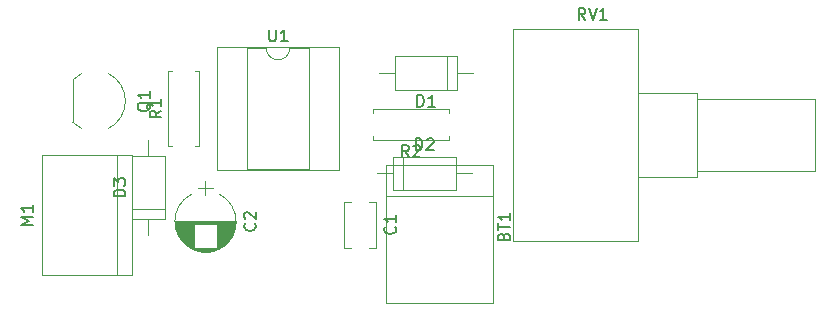
<source format=gbr>
G04 #@! TF.FileFunction,Legend,Top*
%FSLAX46Y46*%
G04 Gerber Fmt 4.6, Leading zero omitted, Abs format (unit mm)*
G04 Created by KiCad (PCBNEW 4.0.7-e2-6376~58~ubuntu16.04.1) date Mon Jan 22 09:02:58 2018*
%MOMM*%
%LPD*%
G01*
G04 APERTURE LIST*
%ADD10C,0.100000*%
%ADD11C,0.120000*%
%ADD12C,0.150000*%
G04 APERTURE END LIST*
D10*
D11*
X127699600Y-84837200D02*
X127699600Y-88757200D01*
X124979600Y-84837200D02*
X124979600Y-88757200D01*
X127699600Y-84837200D02*
X127089600Y-84837200D01*
X125589600Y-84837200D02*
X124979600Y-84837200D01*
X127699600Y-88757200D02*
X127089600Y-88757200D01*
X125589600Y-88757200D02*
X124979600Y-88757200D01*
X114438323Y-88823522D02*
G75*
G03X114438600Y-84212220I-1179723J2305722D01*
G01*
X112078877Y-88823522D02*
G75*
G02X112078600Y-84212220I1179723J2305722D01*
G01*
X112078877Y-88823522D02*
G75*
G03X114438600Y-88823380I1179723J2305722D01*
G01*
X115808600Y-86517800D02*
X110708600Y-86517800D01*
X115808600Y-86557800D02*
X110708600Y-86557800D01*
X115807600Y-86597800D02*
X110709600Y-86597800D01*
X115806600Y-86637800D02*
X110710600Y-86637800D01*
X115804600Y-86677800D02*
X110712600Y-86677800D01*
X115801600Y-86717800D02*
X110715600Y-86717800D01*
X115797600Y-86757800D02*
X110719600Y-86757800D01*
X115793600Y-86797800D02*
X114238600Y-86797800D01*
X112278600Y-86797800D02*
X110723600Y-86797800D01*
X115789600Y-86837800D02*
X114238600Y-86837800D01*
X112278600Y-86837800D02*
X110727600Y-86837800D01*
X115783600Y-86877800D02*
X114238600Y-86877800D01*
X112278600Y-86877800D02*
X110733600Y-86877800D01*
X115777600Y-86917800D02*
X114238600Y-86917800D01*
X112278600Y-86917800D02*
X110739600Y-86917800D01*
X115771600Y-86957800D02*
X114238600Y-86957800D01*
X112278600Y-86957800D02*
X110745600Y-86957800D01*
X115764600Y-86997800D02*
X114238600Y-86997800D01*
X112278600Y-86997800D02*
X110752600Y-86997800D01*
X115756600Y-87037800D02*
X114238600Y-87037800D01*
X112278600Y-87037800D02*
X110760600Y-87037800D01*
X115747600Y-87077800D02*
X114238600Y-87077800D01*
X112278600Y-87077800D02*
X110769600Y-87077800D01*
X115738600Y-87117800D02*
X114238600Y-87117800D01*
X112278600Y-87117800D02*
X110778600Y-87117800D01*
X115728600Y-87157800D02*
X114238600Y-87157800D01*
X112278600Y-87157800D02*
X110788600Y-87157800D01*
X115718600Y-87197800D02*
X114238600Y-87197800D01*
X112278600Y-87197800D02*
X110798600Y-87197800D01*
X115706600Y-87238800D02*
X114238600Y-87238800D01*
X112278600Y-87238800D02*
X110810600Y-87238800D01*
X115694600Y-87278800D02*
X114238600Y-87278800D01*
X112278600Y-87278800D02*
X110822600Y-87278800D01*
X115682600Y-87318800D02*
X114238600Y-87318800D01*
X112278600Y-87318800D02*
X110834600Y-87318800D01*
X115668600Y-87358800D02*
X114238600Y-87358800D01*
X112278600Y-87358800D02*
X110848600Y-87358800D01*
X115654600Y-87398800D02*
X114238600Y-87398800D01*
X112278600Y-87398800D02*
X110862600Y-87398800D01*
X115640600Y-87438800D02*
X114238600Y-87438800D01*
X112278600Y-87438800D02*
X110876600Y-87438800D01*
X115624600Y-87478800D02*
X114238600Y-87478800D01*
X112278600Y-87478800D02*
X110892600Y-87478800D01*
X115608600Y-87518800D02*
X114238600Y-87518800D01*
X112278600Y-87518800D02*
X110908600Y-87518800D01*
X115591600Y-87558800D02*
X114238600Y-87558800D01*
X112278600Y-87558800D02*
X110925600Y-87558800D01*
X115573600Y-87598800D02*
X114238600Y-87598800D01*
X112278600Y-87598800D02*
X110943600Y-87598800D01*
X115554600Y-87638800D02*
X114238600Y-87638800D01*
X112278600Y-87638800D02*
X110962600Y-87638800D01*
X115534600Y-87678800D02*
X114238600Y-87678800D01*
X112278600Y-87678800D02*
X110982600Y-87678800D01*
X115514600Y-87718800D02*
X114238600Y-87718800D01*
X112278600Y-87718800D02*
X111002600Y-87718800D01*
X115492600Y-87758800D02*
X114238600Y-87758800D01*
X112278600Y-87758800D02*
X111024600Y-87758800D01*
X115470600Y-87798800D02*
X114238600Y-87798800D01*
X112278600Y-87798800D02*
X111046600Y-87798800D01*
X115447600Y-87838800D02*
X114238600Y-87838800D01*
X112278600Y-87838800D02*
X111069600Y-87838800D01*
X115423600Y-87878800D02*
X114238600Y-87878800D01*
X112278600Y-87878800D02*
X111093600Y-87878800D01*
X115398600Y-87918800D02*
X114238600Y-87918800D01*
X112278600Y-87918800D02*
X111118600Y-87918800D01*
X115371600Y-87958800D02*
X114238600Y-87958800D01*
X112278600Y-87958800D02*
X111145600Y-87958800D01*
X115344600Y-87998800D02*
X114238600Y-87998800D01*
X112278600Y-87998800D02*
X111172600Y-87998800D01*
X115316600Y-88038800D02*
X114238600Y-88038800D01*
X112278600Y-88038800D02*
X111200600Y-88038800D01*
X115286600Y-88078800D02*
X114238600Y-88078800D01*
X112278600Y-88078800D02*
X111230600Y-88078800D01*
X115255600Y-88118800D02*
X114238600Y-88118800D01*
X112278600Y-88118800D02*
X111261600Y-88118800D01*
X115223600Y-88158800D02*
X114238600Y-88158800D01*
X112278600Y-88158800D02*
X111293600Y-88158800D01*
X115190600Y-88198800D02*
X114238600Y-88198800D01*
X112278600Y-88198800D02*
X111326600Y-88198800D01*
X115155600Y-88238800D02*
X114238600Y-88238800D01*
X112278600Y-88238800D02*
X111361600Y-88238800D01*
X115119600Y-88278800D02*
X114238600Y-88278800D01*
X112278600Y-88278800D02*
X111397600Y-88278800D01*
X115081600Y-88318800D02*
X114238600Y-88318800D01*
X112278600Y-88318800D02*
X111435600Y-88318800D01*
X115041600Y-88358800D02*
X114238600Y-88358800D01*
X112278600Y-88358800D02*
X111475600Y-88358800D01*
X115000600Y-88398800D02*
X114238600Y-88398800D01*
X112278600Y-88398800D02*
X111516600Y-88398800D01*
X114957600Y-88438800D02*
X114238600Y-88438800D01*
X112278600Y-88438800D02*
X111559600Y-88438800D01*
X114912600Y-88478800D02*
X114238600Y-88478800D01*
X112278600Y-88478800D02*
X111604600Y-88478800D01*
X114864600Y-88518800D02*
X114238600Y-88518800D01*
X112278600Y-88518800D02*
X111652600Y-88518800D01*
X114814600Y-88558800D02*
X114238600Y-88558800D01*
X112278600Y-88558800D02*
X111702600Y-88558800D01*
X114762600Y-88598800D02*
X114238600Y-88598800D01*
X112278600Y-88598800D02*
X111754600Y-88598800D01*
X114706600Y-88638800D02*
X114238600Y-88638800D01*
X112278600Y-88638800D02*
X111810600Y-88638800D01*
X114648600Y-88678800D02*
X114238600Y-88678800D01*
X112278600Y-88678800D02*
X111868600Y-88678800D01*
X114585600Y-88718800D02*
X114238600Y-88718800D01*
X112278600Y-88718800D02*
X111931600Y-88718800D01*
X114519600Y-88758800D02*
X111997600Y-88758800D01*
X114447600Y-88798800D02*
X112069600Y-88798800D01*
X114370600Y-88838800D02*
X112146600Y-88838800D01*
X114286600Y-88878800D02*
X112230600Y-88878800D01*
X114192600Y-88918800D02*
X112324600Y-88918800D01*
X114087600Y-88958800D02*
X112429600Y-88958800D01*
X113965600Y-88998800D02*
X112551600Y-88998800D01*
X113817600Y-89038800D02*
X112699600Y-89038800D01*
X113612600Y-89078800D02*
X112904600Y-89078800D01*
X113258600Y-83067800D02*
X113258600Y-84267800D01*
X113908600Y-83667800D02*
X112608600Y-83667800D01*
X105791000Y-80899000D02*
X105791000Y-91059000D01*
X107061000Y-80899000D02*
X99441000Y-80899000D01*
X99441000Y-80899000D02*
X99441000Y-91059000D01*
X99441000Y-91059000D02*
X107061000Y-91059000D01*
X107061000Y-91059000D02*
X107061000Y-80899000D01*
X102036000Y-74527000D02*
X102036000Y-78127000D01*
X102763205Y-74002816D02*
G75*
G03X102036000Y-74527000I1122795J-2324184D01*
G01*
X104984807Y-73970600D02*
G75*
G02X106486000Y-76327000I-1098807J-2356400D01*
G01*
X104984807Y-78683400D02*
G75*
G03X106486000Y-76327000I-1098807J2356400D01*
G01*
X102763205Y-78651184D02*
G75*
G02X102036000Y-78127000I1122795J2324184D01*
G01*
X110399000Y-80172000D02*
X110069000Y-80172000D01*
X110069000Y-80172000D02*
X110069000Y-73752000D01*
X110069000Y-73752000D02*
X110399000Y-73752000D01*
X112359000Y-80172000D02*
X112689000Y-80172000D01*
X112689000Y-80172000D02*
X112689000Y-73752000D01*
X112689000Y-73752000D02*
X112359000Y-73752000D01*
X133842200Y-79262800D02*
X133842200Y-79592800D01*
X133842200Y-79592800D02*
X127422200Y-79592800D01*
X127422200Y-79592800D02*
X127422200Y-79262800D01*
X133842200Y-77302800D02*
X133842200Y-76972800D01*
X133842200Y-76972800D02*
X127422200Y-76972800D01*
X127422200Y-76972800D02*
X127422200Y-77302800D01*
X139264600Y-70191000D02*
X149884600Y-70191000D01*
X139264600Y-88212000D02*
X149884600Y-88212000D01*
X139264600Y-70191000D02*
X139264600Y-88212000D01*
X149884600Y-70191000D02*
X149884600Y-88212000D01*
X149884600Y-75641000D02*
X154884600Y-75641000D01*
X149884600Y-82761000D02*
X154884600Y-82761000D01*
X149884600Y-75641000D02*
X149884600Y-82761000D01*
X154884600Y-75641000D02*
X154884600Y-82761000D01*
X154884600Y-76141000D02*
X164884600Y-76141000D01*
X154884600Y-82261000D02*
X164884600Y-82261000D01*
X154884600Y-76141000D02*
X154884600Y-82261000D01*
X164884600Y-76141000D02*
X164884600Y-82261000D01*
X120405400Y-71822000D02*
G75*
G02X118405400Y-71822000I-1000000J0D01*
G01*
X118405400Y-71822000D02*
X116755400Y-71822000D01*
X116755400Y-71822000D02*
X116755400Y-82102000D01*
X116755400Y-82102000D02*
X122055400Y-82102000D01*
X122055400Y-82102000D02*
X122055400Y-71822000D01*
X122055400Y-71822000D02*
X120405400Y-71822000D01*
X114265400Y-71762000D02*
X114265400Y-82162000D01*
X114265400Y-82162000D02*
X124545400Y-82162000D01*
X124545400Y-82162000D02*
X124545400Y-71762000D01*
X124545400Y-71762000D02*
X114265400Y-71762000D01*
X137539100Y-84394200D02*
X128539100Y-84394200D01*
X137639100Y-93414200D02*
X128509100Y-93414200D01*
X137639100Y-93414200D02*
X137639100Y-81744200D01*
X128509100Y-81744200D02*
X128509100Y-93414200D01*
X128509100Y-81744200D02*
X137639100Y-81744200D01*
X134587600Y-75349400D02*
X134587600Y-72529400D01*
X134587600Y-72529400D02*
X129267600Y-72529400D01*
X129267600Y-72529400D02*
X129267600Y-75349400D01*
X129267600Y-75349400D02*
X134587600Y-75349400D01*
X135927600Y-73939400D02*
X134587600Y-73939400D01*
X127927600Y-73939400D02*
X129267600Y-73939400D01*
X133747600Y-75349400D02*
X133747600Y-72529400D01*
X129140600Y-81038400D02*
X129140600Y-83858400D01*
X129140600Y-83858400D02*
X134460600Y-83858400D01*
X134460600Y-83858400D02*
X134460600Y-81038400D01*
X134460600Y-81038400D02*
X129140600Y-81038400D01*
X127800600Y-82448400D02*
X129140600Y-82448400D01*
X135800600Y-82448400D02*
X134460600Y-82448400D01*
X129980600Y-81038400D02*
X129980600Y-83858400D01*
X107022600Y-86314900D02*
X109842600Y-86314900D01*
X109842600Y-86314900D02*
X109842600Y-80994900D01*
X109842600Y-80994900D02*
X107022600Y-80994900D01*
X107022600Y-80994900D02*
X107022600Y-86314900D01*
X108432600Y-87654900D02*
X108432600Y-86314900D01*
X108432600Y-79654900D02*
X108432600Y-80994900D01*
X107022600Y-85474900D02*
X109842600Y-85474900D01*
D12*
X129306743Y-86963866D02*
X129354362Y-87011485D01*
X129401981Y-87154342D01*
X129401981Y-87249580D01*
X129354362Y-87392438D01*
X129259124Y-87487676D01*
X129163886Y-87535295D01*
X128973410Y-87582914D01*
X128830552Y-87582914D01*
X128640076Y-87535295D01*
X128544838Y-87487676D01*
X128449600Y-87392438D01*
X128401981Y-87249580D01*
X128401981Y-87154342D01*
X128449600Y-87011485D01*
X128497219Y-86963866D01*
X129401981Y-86011485D02*
X129401981Y-86582914D01*
X129401981Y-86297200D02*
X128401981Y-86297200D01*
X128544838Y-86392438D01*
X128640076Y-86487676D01*
X128687695Y-86582914D01*
X117425743Y-86684466D02*
X117473362Y-86732085D01*
X117520981Y-86874942D01*
X117520981Y-86970180D01*
X117473362Y-87113038D01*
X117378124Y-87208276D01*
X117282886Y-87255895D01*
X117092410Y-87303514D01*
X116949552Y-87303514D01*
X116759076Y-87255895D01*
X116663838Y-87208276D01*
X116568600Y-87113038D01*
X116520981Y-86970180D01*
X116520981Y-86874942D01*
X116568600Y-86732085D01*
X116616219Y-86684466D01*
X116616219Y-86303514D02*
X116568600Y-86255895D01*
X116520981Y-86160657D01*
X116520981Y-85922561D01*
X116568600Y-85827323D01*
X116616219Y-85779704D01*
X116711457Y-85732085D01*
X116806695Y-85732085D01*
X116949552Y-85779704D01*
X117520981Y-86351133D01*
X117520981Y-85732085D01*
X98623381Y-86788524D02*
X97623381Y-86788524D01*
X98337667Y-86455190D01*
X97623381Y-86121857D01*
X98623381Y-86121857D01*
X98623381Y-85121857D02*
X98623381Y-85693286D01*
X98623381Y-85407572D02*
X97623381Y-85407572D01*
X97766238Y-85502810D01*
X97861476Y-85598048D01*
X97909095Y-85693286D01*
X108623619Y-76422238D02*
X108576000Y-76517476D01*
X108480762Y-76612714D01*
X108337905Y-76755571D01*
X108290286Y-76850810D01*
X108290286Y-76946048D01*
X108528381Y-76898429D02*
X108480762Y-76993667D01*
X108385524Y-77088905D01*
X108195048Y-77136524D01*
X107861714Y-77136524D01*
X107671238Y-77088905D01*
X107576000Y-76993667D01*
X107528381Y-76898429D01*
X107528381Y-76707952D01*
X107576000Y-76612714D01*
X107671238Y-76517476D01*
X107861714Y-76469857D01*
X108195048Y-76469857D01*
X108385524Y-76517476D01*
X108480762Y-76612714D01*
X108528381Y-76707952D01*
X108528381Y-76898429D01*
X108528381Y-75517476D02*
X108528381Y-76088905D01*
X108528381Y-75803191D02*
X107528381Y-75803191D01*
X107671238Y-75898429D01*
X107766476Y-75993667D01*
X107814095Y-76088905D01*
X109521381Y-77128666D02*
X109045190Y-77462000D01*
X109521381Y-77700095D02*
X108521381Y-77700095D01*
X108521381Y-77319142D01*
X108569000Y-77223904D01*
X108616619Y-77176285D01*
X108711857Y-77128666D01*
X108854714Y-77128666D01*
X108949952Y-77176285D01*
X108997571Y-77223904D01*
X109045190Y-77319142D01*
X109045190Y-77700095D01*
X109521381Y-76176285D02*
X109521381Y-76747714D01*
X109521381Y-76462000D02*
X108521381Y-76462000D01*
X108664238Y-76557238D01*
X108759476Y-76652476D01*
X108807095Y-76747714D01*
X130465534Y-81045181D02*
X130132200Y-80568990D01*
X129894105Y-81045181D02*
X129894105Y-80045181D01*
X130275058Y-80045181D01*
X130370296Y-80092800D01*
X130417915Y-80140419D01*
X130465534Y-80235657D01*
X130465534Y-80378514D01*
X130417915Y-80473752D01*
X130370296Y-80521371D01*
X130275058Y-80568990D01*
X129894105Y-80568990D01*
X130846486Y-80140419D02*
X130894105Y-80092800D01*
X130989343Y-80045181D01*
X131227439Y-80045181D01*
X131322677Y-80092800D01*
X131370296Y-80140419D01*
X131417915Y-80235657D01*
X131417915Y-80330895D01*
X131370296Y-80473752D01*
X130798867Y-81045181D01*
X131417915Y-81045181D01*
X145429362Y-69453381D02*
X145096028Y-68977190D01*
X144857933Y-69453381D02*
X144857933Y-68453381D01*
X145238886Y-68453381D01*
X145334124Y-68501000D01*
X145381743Y-68548619D01*
X145429362Y-68643857D01*
X145429362Y-68786714D01*
X145381743Y-68881952D01*
X145334124Y-68929571D01*
X145238886Y-68977190D01*
X144857933Y-68977190D01*
X145715076Y-68453381D02*
X146048409Y-69453381D01*
X146381743Y-68453381D01*
X147238886Y-69453381D02*
X146667457Y-69453381D01*
X146953171Y-69453381D02*
X146953171Y-68453381D01*
X146857933Y-68596238D01*
X146762695Y-68691476D01*
X146667457Y-68739095D01*
X118643495Y-70274381D02*
X118643495Y-71083905D01*
X118691114Y-71179143D01*
X118738733Y-71226762D01*
X118833971Y-71274381D01*
X119024448Y-71274381D01*
X119119686Y-71226762D01*
X119167305Y-71179143D01*
X119214924Y-71083905D01*
X119214924Y-70274381D01*
X120214924Y-71274381D02*
X119643495Y-71274381D01*
X119929209Y-71274381D02*
X119929209Y-70274381D01*
X119833971Y-70417238D01*
X119738733Y-70512476D01*
X119643495Y-70560095D01*
X138517671Y-87779914D02*
X138565290Y-87637057D01*
X138612910Y-87589438D01*
X138708148Y-87541819D01*
X138851005Y-87541819D01*
X138946243Y-87589438D01*
X138993862Y-87637057D01*
X139041481Y-87732295D01*
X139041481Y-88113248D01*
X138041481Y-88113248D01*
X138041481Y-87779914D01*
X138089100Y-87684676D01*
X138136719Y-87637057D01*
X138231957Y-87589438D01*
X138327195Y-87589438D01*
X138422433Y-87637057D01*
X138470052Y-87684676D01*
X138517671Y-87779914D01*
X138517671Y-88113248D01*
X138041481Y-87256105D02*
X138041481Y-86684676D01*
X139041481Y-86970391D02*
X138041481Y-86970391D01*
X139041481Y-85827533D02*
X139041481Y-86398962D01*
X139041481Y-86113248D02*
X138041481Y-86113248D01*
X138184338Y-86208486D01*
X138279576Y-86303724D01*
X138327195Y-86398962D01*
X131189505Y-76801781D02*
X131189505Y-75801781D01*
X131427600Y-75801781D01*
X131570458Y-75849400D01*
X131665696Y-75944638D01*
X131713315Y-76039876D01*
X131760934Y-76230352D01*
X131760934Y-76373210D01*
X131713315Y-76563686D01*
X131665696Y-76658924D01*
X131570458Y-76754162D01*
X131427600Y-76801781D01*
X131189505Y-76801781D01*
X132713315Y-76801781D02*
X132141886Y-76801781D01*
X132427600Y-76801781D02*
X132427600Y-75801781D01*
X132332362Y-75944638D01*
X132237124Y-76039876D01*
X132141886Y-76087495D01*
X131062505Y-80490781D02*
X131062505Y-79490781D01*
X131300600Y-79490781D01*
X131443458Y-79538400D01*
X131538696Y-79633638D01*
X131586315Y-79728876D01*
X131633934Y-79919352D01*
X131633934Y-80062210D01*
X131586315Y-80252686D01*
X131538696Y-80347924D01*
X131443458Y-80443162D01*
X131300600Y-80490781D01*
X131062505Y-80490781D01*
X132014886Y-79586019D02*
X132062505Y-79538400D01*
X132157743Y-79490781D01*
X132395839Y-79490781D01*
X132491077Y-79538400D01*
X132538696Y-79586019D01*
X132586315Y-79681257D01*
X132586315Y-79776495D01*
X132538696Y-79919352D01*
X131967267Y-80490781D01*
X132586315Y-80490781D01*
X106474981Y-84392995D02*
X105474981Y-84392995D01*
X105474981Y-84154900D01*
X105522600Y-84012042D01*
X105617838Y-83916804D01*
X105713076Y-83869185D01*
X105903552Y-83821566D01*
X106046410Y-83821566D01*
X106236886Y-83869185D01*
X106332124Y-83916804D01*
X106427362Y-84012042D01*
X106474981Y-84154900D01*
X106474981Y-84392995D01*
X105474981Y-83488233D02*
X105474981Y-82869185D01*
X105855933Y-83202519D01*
X105855933Y-83059661D01*
X105903552Y-82964423D01*
X105951171Y-82916804D01*
X106046410Y-82869185D01*
X106284505Y-82869185D01*
X106379743Y-82916804D01*
X106427362Y-82964423D01*
X106474981Y-83059661D01*
X106474981Y-83345376D01*
X106427362Y-83440614D01*
X106379743Y-83488233D01*
M02*

</source>
